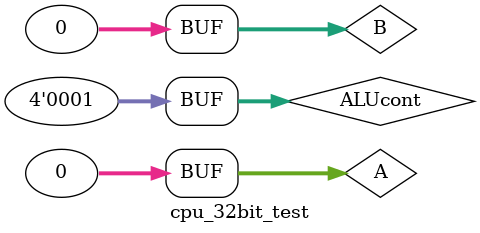
<source format=v>
`timescale 1ns / 1ps

`define DELAY 20
module cpu_32bit_test();
    reg[31:0] A,B;
    reg[3:0] ALUcont;
    
    wire[31:0] result;
    wire zero;
    
    cpu_32bit f(A , B, ALUcont, result, zero);

    initial begin
    A = 32'h0; B = 32'h0; ALUcont = 3'd2;   
    #`DELAY;
    A = 32'h0; B = 32'hFFFFFFFF; ALUcont = 3'd2;   
    #`DELAY;
    A = 32'h1; B = 32'hFFFFFFFF; ALUcont = 3'd2;   
    #`DELAY;
    A = 32'hFFFFFFFF; B = 32'h1; ALUcont = 3'd2;   
    #`DELAY;
    A = 32'h0; B = 32'h0; ALUcont = 3'd6;
    #`DELAY;
    A = 32'h0; B = 32'hFFFFFFFF; ALUcont = 3'd6;
    #`DELAY;
    A = 32'h1; B = 32'h0; ALUcont = 3'd6;
    #`DELAY;
    A = 32'h100; B = 32'h0; ALUcont = 3'd6;
    #`DELAY;
    A = 32'h0; B = 32'h0; ALUcont = 3'd7;
    #`DELAY;
    A = 32'h0; B = 32'h1; ALUcont = 3'd7;
    #`DELAY;
    A = 32'h0; B = 32'hFFFFFFFF; ALUcont = 3'd7;
    #`DELAY;
    A = 32'h1; B = 32'h0; ALUcont = 3'd7;
    #`DELAY;
    A = 32'hFFFFFFFF; B = 32'h0; ALUcont = 3'd7;
    #`DELAY;
    A = 32'hFFFFFFFF; B = 32'hFFFFFFFF; ALUcont = 3'd0;
    #`DELAY;
    A = 32'hFFFFFFFF; B = 32'h12345678; ALUcont = 3'd0;
    #`DELAY;
    A = 32'h12345678; B = 32'h87654321; ALUcont = 3'd0;
    #`DELAY;
    A = 32'h0; B = 32'hFFFFFFFF; ALUcont = 3'd0;
    #`DELAY;
    A = 32'hFFFFFFFF; B = 32'hFFFFFFFF; ALUcont = 3'd1;
    #`DELAY;
    A = 32'h12345678; B = 32'h87654321; ALUcont = 3'd1;
    #`DELAY;
    A = 32'h0; B = 32'hFFFFFFFF; ALUcont = 3'd1;
    #`DELAY;
    A = 32'h0; B = 32'h0; ALUcont = 3'd1;
    #`DELAY;
    end
 
 
    initial
    begin
    $monitor("time = %2d, A =%32b, B=%32b, ALUcont=%3b, result=%32b , zero=%3b", $time, A, B, ALUcont, result, zero);
    end

endmodule

</source>
